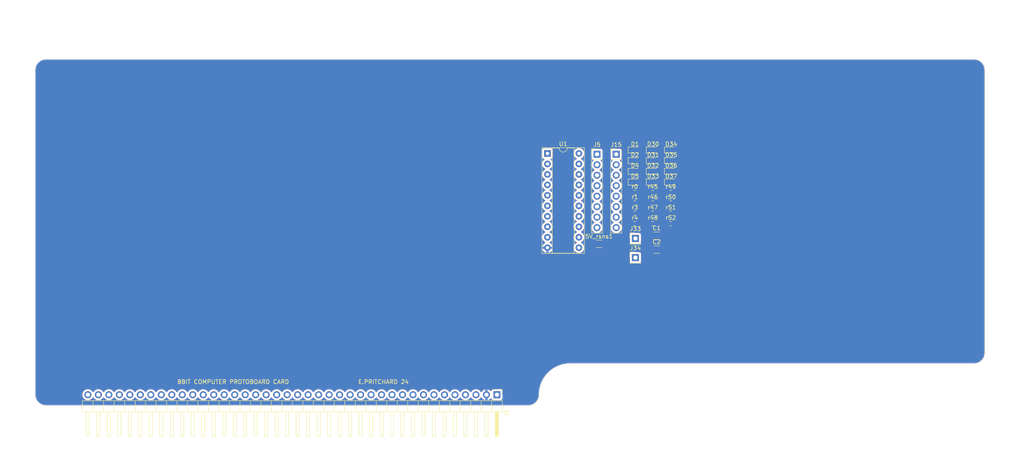
<source format=kicad_pcb>
(kicad_pcb (version 20240108) (generator "pcbnew") (generator_version "8.0")
  (layers (0 "F.Cu" signal) (31 "B.Cu" signal) (34 "B.Paste" user) (35 "F.Paste" user) (36 "B.SilkS" user "B.Silkscreen") (37 "F.SilkS" user "F.Silkscreen") (38 "B.Mask" user) (39 "F.Mask" user) (44 "Edge.Cuts" user))
  (net 0 "")
  (net 1 "/5V_raw")
  (net 2 "GND")
  (net 3 "/clk")
  (net 4 "/reset_n")
  (net 5 "+3V3")
  (net 6 "/Data_Bus_1")
  (net 7 "/Data_Bus_2")
  (net 8 "/Data_Bus_3")
  (net 9 "/Data_Bus_4")
  (net 10 "/Data_Bus_5")
  (net 11 "/Data_Bus_6")
  (net 12 "/Addr_1")
  (net 13 "/Addr_2")
  (net 14 "/Addr_3")
  (net 15 "/Addr_4")
  (net 16 "/Addr_5")
  (net 17 "/Addr_6")
  (net 18 "/Addr_7")
  (net 19 "/Addr_8")
  (net 20 "/Addr_9")
  (net 21 "/Addr_10")
  (net 22 "/Addr_11")
  (net 23 "/Addr_12")
  (net 24 "/Addr_13")
  (net 25 "/Addr_14")
  (net 26 "+5V")
  (net 27 "Net-(D1-A)")
  (net 28 "Net-(D2-A)")
  (net 29 "Net-(D4-K)")
  (net 30 "Net-(D5-A)")
  (net 31 "Net-(D30-A)")
  (net 32 "Net-(D31-A)")
  (net 33 "Net-(D32-A)")
  (net 34 "Net-(D33-A)")
  (net 35 "Net-(D34-A)")
  (net 36 "Net-(D35-A)")
  (net 37 "Net-(D36-A)")
  (net 38 "Net-(D37-A)")
  (net 39 "/Card_Data_Out_7")
  (net 40 "/Card_Data_Out_1")
  (net 41 "/Card_Data_Out_0")
  (net 42 "/Card_Data_Out_4")
  (net 43 "/Card_Data_Out_2")
  (net 44 "/Card_Data_Out_3")
  (net 45 "/Card_Data_Out_6")
  (net 46 "/Card_Data_Out_5")
  (net 47 "Net-(J33-Pin_1)")
  (net 48 "Net-(J34-Pin_1)")
  (net 57 "/we_n")
  (net 58 "/int_n")
  (net 59 "/oe_n")
  (net 60 "/Data_Bus_7")
  (net 61 "/Addr_15")
  (net 62 "/Data_Bus_0")
  (net 63 "/Addr_0")
  (footprint "Connector_PinHeader_2.54mm:PinHeader_1x08_P2.54mm_Vertical" (layer "F.Cu") (at 204.575 81.4)
    (property "Reference" "J5" (at 0 -2.33 0) (layer "F.SilkS"))
    (property "Value" "Conn_01x08_Pin")
    (pad "1" thru_hole rect (at 0 0) (size 1.7 1.7) (drill 1) (layers "*.Cu" "*.Mask") (net 39 "/Card_Data_Out_7"))
    (pad "2" thru_hole oval (at 0 2.54) (size 1.7 1.7) (drill 1) (layers "*.Cu" "*.Mask") (net 45 "/Card_Data_Out_6"))
    (pad "3" thru_hole oval (at 0 5.08) (size 1.7 1.7) (drill 1) (layers "*.Cu" "*.Mask") (net 46 "/Card_Data_Out_5"))
    (pad "4" thru_hole oval (at 0 7.62) (size 1.7 1.7) (drill 1) (layers "*.Cu" "*.Mask") (net 42 "/Card_Data_Out_4"))
    (pad "5" thru_hole oval (at 0 10.16) (size 1.7 1.7) (drill 1) (layers "*.Cu" "*.Mask") (net 44 "/Card_Data_Out_3"))
    (pad "6" thru_hole oval (at 0 12.7) (size 1.7 1.7) (drill 1) (layers "*.Cu" "*.Mask") (net 43 "/Card_Data_Out_2"))
    (pad "7" thru_hole oval (at 0 15.24) (size 1.7 1.7) (drill 1) (layers "*.Cu" "*.Mask") (net 40 "/Card_Data_Out_1"))
    (pad "8" thru_hole oval (at 0 17.78) (size 1.7 1.7) (drill 1) (layers "*.Cu" "*.Mask") (net 41 "/Card_Data_Out_0"))
  )
  (footprint "LED_SMD:LED_0603_1608Metric_Pad1.05x0.95mm_HandSolder" (layer "F.Cu") (at 218.165 88.14)
    (property "Reference" "D33" (at 0 -1.43 0) (layer "F.SilkS"))
    (property "Value" "Do3")
    (pad "1" smd roundrect (at -0.875 0) (size 1.05 0.95) (layers "F.Cu" "F.Paste" "F.Mask") (net 2 "GND"))
    (pad "2" smd roundrect (at 0.875 0) (size 1.05 0.95) (layers "F.Cu" "F.Paste" "F.Mask") (net 34 "Net-(D33-A)"))
  )
  (footprint "LED_SMD:LED_0603_1608Metric_Pad1.05x0.95mm_HandSolder" (layer "F.Cu") (at 218.165 80.37)
    (property "Reference" "D30" (at 0 -1.43 0) (layer "F.SilkS"))
    (property "Value" "Do0")
    (pad "1" smd roundrect (at -0.875 0) (size 1.05 0.95) (layers "F.Cu" "F.Paste" "F.Mask") (net 2 "GND"))
    (pad "2" smd roundrect (at 0.875 0) (size 1.05 0.95) (layers "F.Cu" "F.Paste" "F.Mask") (net 31 "Net-(D30-A)"))
  )
  (footprint "Resistor_SMD:R_0603_1608Metric_Pad0.98x0.95mm_HandSolder" (layer "F.Cu") (at 218.075 98.22)
    (property "Reference" "r48" (at 0 -1.43 0) (layer "F.SilkS"))
    (property "Value" "470")
    (pad "1" smd roundrect (at -0.9125 0) (size 0.975 0.95) (layers "F.Cu" "F.Paste" "F.Mask") (net 34 "Net-(D33-A)"))
    (pad "2" smd roundrect (at 0.9125 0) (size 0.975 0.95) (layers "F.Cu" "F.Paste" "F.Mask") (net 44 "/Card_Data_Out_3"))
  )
  (footprint "Connector_PinHeader_2.54mm:PinHeader_1x40_P2.54mm_Horizontal" (layer "F.Cu") (at 180.34 139.7 -90)
    (property "Reference" "J1" (at 4.385 -2.27 90) (layer "F.SilkS"))
    (property "Value" "Conn_01x40_Pin")
    (pad "1" thru_hole rect (at 0 0 270) (size 1.7 1.7) (drill 1) (layers "*.Cu" "*.Mask") (net 26 "+5V"))
    (pad "2" thru_hole oval (at 0 2.54 270) (size 1.7 1.7) (drill 1) (layers "*.Cu" "*.Mask") (net 2 "GND"))
    (pad "3" thru_hole oval (at 0 5.08 270) (size 1.7 1.7) (drill 1) (layers "*.Cu" "*.Mask") (net 3 "/clk"))
    (pad "4" thru_hole oval (at 0 7.62 270) (size 1.7 1.7) (drill 1) (layers "*.Cu" "*.Mask") (net 4 "/reset_n"))
    (pad "5" thru_hole oval (at 0 10.16 270) (size 1.7 1.7) (drill 1) (layers "*.Cu" "*.Mask") (net 5 "+3V3"))
    (pad "6" thru_hole oval (at 0 12.7 270) (size 1.7 1.7) (drill 1) (layers "*.Cu" "*.Mask") (net 57 "/we_n"))
    (pad "7" thru_hole oval (at 0 15.24 270) (size 1.7 1.7) (drill 1) (layers "*.Cu" "*.Mask") (net 59 "/oe_n"))
    (pad "8" thru_hole oval (at 0 17.78 270) (size 1.7 1.7) (drill 1) (layers "*.Cu" "*.Mask") (net 58 "/int_n"))
    (pad "9" thru_hole oval (at 0 20.32 270) (size 1.7 1.7) (drill 1) (layers "*.Cu" "*.Mask") (net 62 "/Data_Bus_0"))
    (pad "10" thru_hole oval (at 0 22.86 270) (size 1.7 1.7) (drill 1) (layers "*.Cu" "*.Mask") (net 6 "/Data_Bus_1"))
    (pad "11" thru_hole oval (at 0 25.4 270) (size 1.7 1.7) (drill 1) (layers "*.Cu" "*.Mask") (net 7 "/Data_Bus_2"))
    (pad "12" thru_hole oval (at 0 27.94 270) (size 1.7 1.7) (drill 1) (layers "*.Cu" "*.Mask") (net 8 "/Data_Bus_3"))
    (pad "13" thru_hole oval (at 0 30.48 270) (size 1.7 1.7) (drill 1) (layers "*.Cu" "*.Mask") (net 9 "/Data_Bus_4"))
    (pad "14" thru_hole oval (at 0 33.02 270) (size 1.7 1.7) (drill 1) (layers "*.Cu" "*.Mask") (net 10 "/Data_Bus_5"))
    (pad "15" thru_hole oval (at 0 35.56 270) (size 1.7 1.7) (drill 1) (layers "*.Cu" "*.Mask") (net 11 "/Data_Bus_6"))
    (pad "16" thru_hole oval (at 0 38.1 270) (size 1.7 1.7) (drill 1) (layers "*.Cu" "*.Mask") (net 60 "/Data_Bus_7"))
    (pad "17" thru_hole oval (at 0 40.64 270) (size 1.7 1.7) (drill 1) (layers "*.Cu" "*.Mask") (net 63 "/Addr_0"))
    (pad "18" thru_hole oval (at 0 43.18 270) (size 1.7 1.7) (drill 1) (layers "*.Cu" "*.Mask") (net 12 "/Addr_1"))
    (pad "19" thru_hole oval (at 0 45.72 270) (size 1.7 1.7) (drill 1) (layers "*.Cu" "*.Mask") (net 13 "/Addr_2"))
    (pad "20" thru_hole oval (at 0 48.26 270) (size 1.7 1.7) (drill 1) (layers "*.Cu" "*.Mask") (net 14 "/Addr_3"))
    (pad "21" thru_hole oval (at 0 50.8 270) (size 1.7 1.7) (drill 1) (layers "*.Cu" "*.Mask") (net 15 "/Addr_4"))
    (pad "22" thru_hole oval (at 0 53.34 270) (size 1.7 1.7) (drill 1) (layers "*.Cu" "*.Mask") (net 16 "/Addr_5"))
    (pad "23" thru_hole oval (at 0 55.88 270) (size 1.7 1.7) (drill 1) (layers "*.Cu" "*.Mask") (net 17 "/Addr_6"))
    (pad "24" thru_hole oval (at 0 58.42 270) (size 1.7 1.7) (drill 1) (layers "*.Cu" "*.Mask") (net 18 "/Addr_7"))
    (pad "25" thru_hole oval (at 0 60.96 270) (size 1.7 1.7) (drill 1) (layers "*.Cu" "*.Mask") (net 19 "/Addr_8"))
    (pad "26" thru_hole oval (at 0 63.5 270) (size 1.7 1.7) (drill 1) (layers "*.Cu" "*.Mask") (net 20 "/Addr_9"))
    (pad "27" thru_hole oval (at 0 66.04 270) (size 1.7 1.7) (drill 1) (layers "*.Cu" "*.Mask") (net 21 "/Addr_10"))
    (pad "28" thru_hole oval (at 0 68.58 270) (size 1.7 1.7) (drill 1) (layers "*.Cu" "*.Mask") (net 22 "/Addr_11"))
    (pad "29" thru_hole oval (at 0 71.12 270) (size 1.7 1.7) (drill 1) (layers "*.Cu" "*.Mask") (net 23 "/Addr_12"))
    (pad "30" thru_hole oval (at 0 73.66 270) (size 1.7 1.7) (drill 1) (layers "*.Cu" "*.Mask") (net 24 "/Addr_13"))
    (pad "31" thru_hole oval (at 0 76.2 270) (size 1.7 1.7) (drill 1) (layers "*.Cu" "*.Mask") (net 25 "/Addr_14"))
    (pad "32" thru_hole oval (at 0 78.74 270) (size 1.7 1.7) (drill 1) (layers "*.Cu" "*.Mask") (net 61 "/Addr_15"))
    (pad "33" thru_hole oval (at 0 81.28 270) (size 1.7 1.7) (drill 1) (layers "*.Cu" "*.Mask"))
    (pad "34" thru_hole oval (at 0 83.82 270) (size 1.7 1.7) (drill 1) (layers "*.Cu" "*.Mask"))
    (pad "35" thru_hole oval (at 0 86.36 270) (size 1.7 1.7) (drill 1) (layers "*.Cu" "*.Mask"))
    (pad "36" thru_hole oval (at 0 88.9 270) (size 1.7 1.7) (drill 1) (layers "*.Cu" "*.Mask"))
    (pad "37" thru_hole oval (at 0 91.44 270) (size 1.7 1.7) (drill 1) (layers "*.Cu" "*.Mask"))
    (pad "38" thru_hole oval (at 0 93.98 270) (size 1.7 1.7) (drill 1) (layers "*.Cu" "*.Mask"))
    (pad "39" thru_hole oval (at 0 96.52 270) (size 1.7 1.7) (drill 1) (layers "*.Cu" "*.Mask"))
    (pad "40" thru_hole oval (at 0 99.06 270) (size 1.7 1.7) (drill 1) (layers "*.Cu" "*.Mask"))
  )
  (footprint "Connector_PinHeader_2.54mm:PinHeader_1x01_P2.54mm_Vertical" (layer "F.Cu") (at 213.875 101.8)
    (property "Reference" "J33" (at 0 -2.33 0) (layer "F.SilkS"))
    (property "Value" "Conn_01x01_Pin")
    (pad "1" thru_hole rect (at 0 0) (size 1.7 1.7) (drill 1) (layers "*.Cu" "*.Mask") (net 47 "Net-(J33-Pin_1)"))
  )
  (footprint "LED_SMD:LED_0603_1608Metric_Pad1.05x0.95mm_HandSolder" (layer "F.Cu") (at 218.165 85.55)
    (property "Reference" "D32" (at 0 -1.43 0) (layer "F.SilkS"))
    (property "Value" "Do2")
    (pad "1" smd roundrect (at -0.875 0) (size 1.05 0.95) (layers "F.Cu" "F.Paste" "F.Mask") (net 2 "GND"))
    (pad "2" smd roundrect (at 0.875 0) (size 1.05 0.95) (layers "F.Cu" "F.Paste" "F.Mask") (net 33 "Net-(D32-A)"))
  )
  (footprint "Resistor_SMD:R_0603_1608Metric_Pad0.98x0.95mm_HandSolder" (layer "F.Cu") (at 213.725 93.2)
    (property "Reference" "r1" (at 0 -1.43 0) (layer "F.SilkS"))
    (property "Value" "470")
    (pad "1" smd roundrect (at -0.9125 0) (size 0.975 0.95) (layers "F.Cu" "F.Paste" "F.Mask") (net 28 "Net-(D2-A)"))
    (pad "2" smd roundrect (at 0.9125 0) (size 0.975 0.95) (layers "F.Cu" "F.Paste" "F.Mask") (net 26 "+5V"))
  )
  (footprint "LED_SMD:LED_0603_1608Metric_Pad1.05x0.95mm_HandSolder" (layer "F.Cu") (at 218.165 82.96)
    (property "Reference" "D31" (at 0 -1.43 0) (layer "F.SilkS"))
    (property "Value" "Do1")
    (pad "1" smd roundrect (at -0.875 0) (size 1.05 0.95) (layers "F.Cu" "F.Paste" "F.Mask") (net 2 "GND"))
    (pad "2" smd roundrect (at 0.875 0) (size 1.05 0.95) (layers "F.Cu" "F.Paste" "F.Mask") (net 32 "Net-(D31-A)"))
  )
  (footprint "Resistor_SMD:R_0603_1608Metric_Pad0.98x0.95mm_HandSolder" (layer "F.Cu") (at 213.725 95.71)
    (property "Reference" "r3" (at 0 -1.43 0) (layer "F.SilkS"))
    (property "Value" "470")
    (pad "1" smd roundrect (at -0.9125 0) (size 0.975 0.95) (layers "F.Cu" "F.Paste" "F.Mask") (net 4 "/reset_n"))
    (pad "2" smd roundrect (at 0.9125 0) (size 0.975 0.95) (layers "F.Cu" "F.Paste" "F.Mask") (net 29 "Net-(D4-K)"))
  )
  (footprint "Resistor_SMD:R_0603_1608Metric_Pad0.98x0.95mm_HandSolder" (layer "F.Cu") (at 222.425 98.22)
    (property "Reference" "r52" (at 0 -1.43 0) (layer "F.SilkS"))
    (property "Value" "470")
    (pad "1" smd roundrect (at -0.9125 0) (size 0.975 0.95) (layers "F.Cu" "F.Paste" "F.Mask") (net 38 "Net-(D37-A)"))
    (pad "2" smd roundrect (at 0.9125 0) (size 0.975 0.95) (layers "F.Cu" "F.Paste" "F.Mask") (net 39 "/Card_Data_Out_7"))
  )
  (footprint "Resistor_SMD:R_0603_1608Metric_Pad0.98x0.95mm_HandSolder" (layer "F.Cu") (at 222.425 95.71)
    (property "Reference" "r51" (at 0 -1.43 0) (layer "F.SilkS"))
    (property "Value" "470")
    (pad "1" smd roundrect (at -0.9125 0) (size 0.975 0.95) (layers "F.Cu" "F.Paste" "F.Mask") (net 37 "Net-(D36-A)"))
    (pad "2" smd roundrect (at 0.9125 0) (size 0.975 0.95) (layers "F.Cu" "F.Paste" "F.Mask") (net 45 "/Card_Data_Out_6"))
  )
  (footprint "Resistor_SMD:R_0603_1608Metric_Pad0.98x0.95mm_HandSolder" (layer "F.Cu") (at 213.725 90.69)
    (property "Reference" "r0" (at 0 -1.43 0) (layer "F.SilkS"))
    (property "Value" "470")
    (pad "1" smd roundrect (at -0.9125 0) (size 0.975 0.95) (layers "F.Cu" "F.Paste" "F.Mask") (net 27 "Net-(D1-A)"))
    (pad "2" smd roundrect (at 0.9125 0) (size 0.975 0.95) (layers "F.Cu" "F.Paste" "F.Mask") (net 26 "+5V"))
  )
  (footprint "Capacitor_SMD:C_1206_3216Metric" (layer "F.Cu") (at 219.025 101.15)
    (property "Reference" "C1" (at 0 -1.85 0) (layer "F.SilkS"))
    (property "Value" "C")
    (pad "1" smd roundrect (at -1.475 0) (size 1.15 1.8) (layers "F.Cu" "F.Paste" "F.Mask") (roundrect_rratio 0.217391) (net 26 "+5V"))
    (pad "2" smd roundrect (at 1.475 0) (size 1.15 1.8) (layers "F.Cu" "F.Paste" "F.Mask") (roundrect_rratio 0.217391) (net 2 "GND"))
  )
  (footprint "Resistor_SMD:R_1206_3216Metric" (layer "F.Cu") (at 205.055 103.12)
    (property "Reference" "5V_rsns1" (at 0 -1.82 0) (layer "F.SilkS"))
    (property "Value" "1")
    (pad "1" smd roundrect (at -1.4625 0) (size 1.125 1.75) (layers "F.Cu" "F.Paste" "F.Mask") (roundrect_rratio 0.222222) (net 1 "/5V_raw"))
    (pad "2" smd roundrect (at 1.4625 0) (size 1.125 1.75) (layers "F.Cu" "F.Paste" "F.Mask") (roundrect_rratio 0.222222) (net 26 "+5V"))
  )
  (footprint "LED_SMD:LED_0603_1608Metric_Pad1.05x0.95mm_HandSolder" (layer "F.Cu") (at 213.77 88.14)
    (property "Reference" "D5" (at 0 -1.43 0) (layer "F.SilkS"))
    (property "Value" "3V3_RAW")
    (pad "1" smd roundrect (at -0.875 0) (size 1.05 0.95) (layers "F.Cu" "F.Paste" "F.Mask") (net 2 "GND"))
    (pad "2" smd roundrect (at 0.875 0) (size 1.05 0.95) (layers "F.Cu" "F.Paste" "F.Mask") (net 30 "Net-(D5-A)"))
  )
  (footprint "LED_SMD:LED_0603_1608Metric_Pad1.05x0.95mm_HandSolder" (layer "F.Cu") (at 222.56 80.37)
    (property "Reference" "D34" (at 0 -1.43 0) (layer "F.SilkS"))
    (property "Value" "Do4")
    (pad "1" smd roundrect (at -0.875 0) (size 1.05 0.95) (layers "F.Cu" "F.Paste" "F.Mask") (net 2 "GND"))
    (pad "2" smd roundrect (at 0.875 0) (size 1.05 0.95) (layers "F.Cu" "F.Paste" "F.Mask") (net 35 "Net-(D34-A)"))
  )
  (footprint "LED_SMD:LED_0603_1608Metric_Pad1.05x0.95mm_HandSolder" (layer "F.Cu") (at 222.56 82.96)
    (property "Reference" "D35" (at 0 -1.43 0) (layer "F.SilkS"))
    (property "Value" "Do5")
    (pad "1" smd roundrect (at -0.875 0) (size 1.05 0.95) (layers "F.Cu" "F.Paste" "F.Mask") (net 2 "GND"))
    (pad "2" smd roundrect (at 0.875 0) (size 1.05 0.95) (layers "F.Cu" "F.Paste" "F.Mask") (net 36 "Net-(D35-A)"))
  )
  (footprint "Capacitor_SMD:C_1206_3216Metric" (layer "F.Cu") (at 219.025 104.5)
    (property "Reference" "C2" (at 0 -1.85 0) (layer "F.SilkS"))
    (property "Value" "C")
    (pad "1" smd roundrect (at -1.475 0) (size 1.15 1.8) (layers "F.Cu" "F.Paste" "F.Mask") (roundrect_rratio 0.217391) (net 26 "+5V"))
    (pad "2" smd roundrect (at 1.475 0) (size 1.15 1.8) (layers "F.Cu" "F.Paste" "F.Mask") (roundrect_rratio 0.217391) (net 2 "GND"))
  )
  (footprint "Resistor_SMD:R_0603_1608Metric_Pad0.98x0.95mm_HandSolder" (layer "F.Cu") (at 218.075 93.2)
    (property "Reference" "r46" (at 0 -1.43 0) (layer "F.SilkS"))
    (property "Value" "470")
    (pad "1" smd roundrect (at -0.9125 0) (size 0.975 0.95) (layers "F.Cu" "F.Paste" "F.Mask") (net 32 "Net-(D31-A)"))
    (pad "2" smd roundrect (at 0.9125 0) (size 0.975 0.95) (layers "F.Cu" "F.Paste" "F.Mask") (net 40 "/Card_Data_Out_1"))
  )
  (footprint "LED_SMD:LED_0603_1608Metric_Pad1.05x0.95mm_HandSolder" (layer "F.Cu") (at 213.77 85.55)
    (property "Reference" "D4" (at 0 -1.43 0) (layer "F.SilkS"))
    (property "Value" "RESET")
    (pad "1" smd roundrect (at -0.875 0) (size 1.05 0.95) (layers "F.Cu" "F.Paste" "F.Mask") (net 29 "Net-(D4-K)"))
    (pad "2" smd roundrect (at 0.875 0) (size 1.05 0.95) (layers "F.Cu" "F.Paste" "F.Mask") (net 26 "+5V"))
  )
  (footprint "LED_SMD:LED_0603_1608Metric_Pad1.05x0.95mm_HandSolder" (layer "F.Cu") (at 222.56 88.14)
    (property "Reference" "D37" (at 0 -1.43 0) (layer "F.SilkS"))
    (property "Value" "Do7")
    (pad "1" smd roundrect (at -0.875 0) (size 1.05 0.95) (layers "F.Cu" "F.Paste" "F.Mask") (net 2 "GND"))
    (pad "2" smd roundrect (at 0.875 0) (size 1.05 0.95) (layers "F.Cu" "F.Paste" "F.Mask") (net 38 "Net-(D37-A)"))
  )
  (footprint "Resistor_SMD:R_0603_1608Metric_Pad0.98x0.95mm_HandSolder" (layer "F.Cu") (at 218.075 90.69)
    (property "Reference" "r45" (at 0 -1.43 0) (layer "F.SilkS"))
    (property "Value" "470")
    (pad "1" smd roundrect (at -0.9125 0) (size 0.975 0.95) (layers "F.Cu" "F.Paste" "F.Mask") (net 31 "Net-(D30-A)"))
    (pad "2" smd roundrect (at 0.9125 0) (size 0.975 0.95) (layers "F.Cu" "F.Paste" "F.Mask") (net 41 "/Card_Data_Out_0"))
  )
  (footprint "Package_DIP:DIP-20_W7.62mm_Socket" (layer "F.Cu") (at 192.575 81.2)
    (property "Reference" "U1" (at 3.81 -2.33 0) (layer "F.SilkS"))
    (property "Value" "74LS245")
    (pad "1" thru_hole rect (at 0 0) (size 1.6 1.6) (drill 0.8) (layers "*.Cu" "*.Mask") (net 47 "Net-(J33-Pin_1)"))
    (pad "2" thru_hole oval (at 0 2.54) (size 1.6 1.6) (drill 0.8) (layers "*.Cu" "*.Mask") (net 41 "/Card_Data_Out_0"))
    (pad "3" thru_hole oval (at 0 5.08) (size 1.6 1.6) (drill 0.8) (layers "*.Cu" "*.Mask") (net 40 "/Card_Data_Out_1"))
    (pad "4" thru_hole oval (at 0 7.62) (size 1.6 1.6) (drill 0.8) (layers "*.Cu" "*.Mask") (net 43 "/Card_Data_Out_2"))
    (pad "5" thru_hole oval (at 0 10.16) (size 1.6 1.6) (drill 0.8) (layers "*.Cu" "*.Mask") (net 44 "/Card_Data_Out_3"))
    (pad "6" thru_hole oval (at 0 12.7) (size 1.6 1.6) (drill 0.8) (layers "*.Cu" "*.Mask") (net 42 "/Card_Data_Out_4"))
    (pad "7" thru_hole oval (at 0 15.24) (size 1.6 1.6) (drill 0.8) (layers "*.Cu" "*.Mask") (net 46 "/Card_Data_Out_5"))
    (pad "8" thru_hole oval (at 0 17.78) (size 1.6 1.6) (drill 0.8) (layers "*.Cu" "*.Mask") (net 45 "/Card_Data_Out_6"))
    (pad "9" thru_hole oval (at 0 20.32) (size 1.6 1.6) (drill 0.8) (layers "*.Cu" "*.Mask") (net 39 "/Card_Data_Out_7"))
    (pad "10" thru_hole oval (at 0 22.86) (size 1.6 1.6) (drill 0.8) (layers "*.Cu" "*.Mask") (net 2 "GND"))
    (pad "11" thru_hole oval (at 7.62 22.86) (size 1.6 1.6) (drill 0.8) (layers "*.Cu" "*.Mask") (net 60 "/Data_Bus_7"))
    (pad "12" thru_hole oval (at 7.62 20.32) (size 1.6 1.6) (drill 0.8) (layers "*.Cu" "*.Mask") (net 11 "/Data_Bus_6"))
    (pad "13" thru_hole oval (at 7.62 17.78) (size 1.6 1.6) (drill 0.8) (layers "*.Cu" "*.Mask") (net 10 "/Data_Bus_5"))
    (pad "14" thru_hole oval (at 7.62 15.24) (size 1.6 1.6) (drill 0.8) (layers "*.Cu" "*.Mask") (net 9 "/Data_Bus_4"))
    (pad "15" thru_hole oval (at 7.62 12.7) (size 1.6 1.6) (drill 0.8) (layers "*.Cu" "*.Mask") (net 8 "/Data_Bus_3"))
    (pad "16" thru_hole oval (at 7.62 10.16) (size 1.6 1.6) (drill 0.8) (layers "*.Cu" "*.Mask") (net 7 "/Data_Bus_2"))
    (pad "17" thru_hole oval (at 7.62 7.62) (size 1.6 1.6) (drill 0.8) (layers "*.Cu" "*.Mask") (net 6 "/Data_Bus_1"))
    (pad "18" thru_hole oval (at 7.62 5.08) (size 1.6 1.6) (drill 0.8) (layers "*.Cu" "*.Mask") (net 62 "/Data_Bus_0"))
    (pad "19" thru_hole oval (at 7.62 2.54) (size 1.6 1.6) (drill 0.8) (layers "*.Cu" "*.Mask") (net 48 "Net-(J34-Pin_1)"))
    (pad "20" thru_hole oval (at 7.62 0) (size 1.6 1.6) (drill 0.8) (layers "*.Cu" "*.Mask") (net 26 "+5V"))
  )
  (footprint "Connector_PinHeader_2.54mm:PinHeader_1x08_P2.54mm_Vertical" (layer "F.Cu") (at 209.225 81.4)
    (property "Reference" "J15" (at 0 -2.33 0) (layer "F.SilkS"))
    (property "Value" "Conn_01x08_Pin")
    (pad "1" thru_hole rect (at 0 0) (size 1.7 1.7) (drill 1) (layers "*.Cu" "*.Mask") (net 39 "/Card_Data_Out_7"))
    (pad "2" thru_hole oval (at 0 2.54) (size 1.7 1.7) (drill 1) (layers "*.Cu" "*.Mask") (net 45 "/Card_Data_Out_6"))
    (pad "3" thru_hole oval (at 0 5.08) (size 1.7 1.7) (drill 1) (layers "*.Cu" "*.Mask") (net 46 "/Card_Data_Out_5"))
    (pad "4" thru_hole oval (at 0 7.62) (size 1.7 1.7) (drill 1) (layers "*.Cu" "*.Mask") (net 42 "/Card_Data_Out_4"))
    (pad "5" thru_hole oval (at 0 10.16) (size 1.7 1.7) (drill 1) (layers "*.Cu" "*.Mask") (net 44 "/Card_Data_Out_3"))
    (pad "6" thru_hole oval (at 0 12.7) (size 1.7 1.7) (drill 1) (layers "*.Cu" "*.Mask") (net 43 "/Card_Data_Out_2"))
    (pad "7" thru_hole oval (at 0 15.24) (size 1.7 1.7) (drill 1) (layers "*.Cu" "*.Mask") (net 40 "/Card_Data_Out_1"))
    (pad "8" thru_hole oval (at 0 17.78) (size 1.7 1.7) (drill 1) (layers "*.Cu" "*.Mask") (net 41 "/Card_Data_Out_0"))
  )
  (footprint "Resistor_SMD:R_0603_1608Metric_Pad0.98x0.95mm_HandSolder" (layer "F.Cu") (at 218.075 95.71)
    (property "Reference" "r47" (at 0 -1.43 0) (layer "F.SilkS"))
    (property "Value" "470")
    (pad "1" smd roundrect (at -0.9125 0) (size 0.975 0.95) (layers "F.Cu" "F.Paste" "F.Mask") (net 33 "Net-(D32-A)"))
    (pad "2" smd roundrect (at 0.9125 0) (size 0.975 0.95) (layers "F.Cu" "F.Paste" "F.Mask") (net 43 "/Card_Data_Out_2"))
  )
  (footprint "Resistor_SMD:R_0603_1608Metric_Pad0.98x0.95mm_HandSolder" (layer "F.Cu") (at 222.425 90.69)
    (property "Reference" "r49" (at 0 -1.43 0) (layer "F.SilkS"))
    (property "Value" "470")
    (pad "1" smd roundrect (at -0.9125 0) (size 0.975 0.95) (layers "F.Cu" "F.Paste" "F.Mask") (net 35 "Net-(D34-A)"))
    (pad "2" smd roundrect (at 0.9125 0) (size 0.975 0.95) (layers "F.Cu" "F.Paste" "F.Mask") (net 42 "/Card_Data_Out_4"))
  )
  (footprint "LED_SMD:LED_0603_1608Metric_Pad1.05x0.95mm_HandSolder" (layer "F.Cu") (at 213.77 80.37)
    (property "Reference" "D1" (at 0 -1.43 0) (layer "F.SilkS"))
    (property "Value" "5V_RAW")
    (pad "1" smd roundrect (at -0.875 0) (size 1.05 0.95) (layers "F.Cu" "F.Paste" "F.Mask") (net 2 "GND"))
    (pad "2" smd roundrect (at 0.875 0) (size 1.05 0.95) (layers "F.Cu" "F.Paste" "F.Mask") (net 27 "Net-(D1-A)"))
  )
  (footprint "LED_SMD:LED_0603_1608Metric_Pad1.05x0.95mm_HandSolder" (layer "F.Cu") (at 213.77 82.96)
    (property "Reference" "D2" (at 0 -1.43 0) (layer "F.SilkS"))
    (property "Value" "5V")
    (pad "1" smd roundrect (at -0.875 0) (size 1.05 0.95) (layers "F.Cu" "F.Paste" "F.Mask") (net 2 "GND"))
    (pad "2" smd roundrect (at 0.875 0) (size 1.05 0.95) (layers "F.Cu" "F.Paste" "F.Mask") (net 28 "Net-(D2-A)"))
  )
  (footprint "LED_SMD:LED_0603_1608Metric_Pad1.05x0.95mm_HandSolder" (layer "F.Cu") (at 222.56 85.55)
    (property "Reference" "D36" (at 0 -1.43 0) (layer "F.SilkS"))
    (property "Value" "Do6")
    (pad "1" smd roundrect (at -0.875 0) (size 1.05 0.95) (layers "F.Cu" "F.Paste" "F.Mask") (net 2 "GND"))
    (pad "2" smd roundrect (at 0.875 0) (size 1.05 0.95) (layers "F.Cu" "F.Paste" "F.Mask") (net 37 "Net-(D36-A)"))
  )
  (footprint "Resistor_SMD:R_0603_1608Metric_Pad0.98x0.95mm_HandSolder" (layer "F.Cu") (at 213.725 98.22)
    (property "Reference" "r4" (at 0 -1.43 0) (layer "F.SilkS"))
    (property "Value" "470")
    (pad "1" smd roundrect (at -0.9125 0) (size 0.975 0.95) (layers "F.Cu" "F.Paste" "F.Mask") (net 30 "Net-(D5-A)"))
    (pad "2" smd roundrect (at 0.9125 0) (size 0.975 0.95) (layers "F.Cu" "F.Paste" "F.Mask") (net 5 "+3V3"))
  )
  (footprint "Resistor_SMD:R_0603_1608Metric_Pad0.98x0.95mm_HandSolder" (layer "F.Cu") (at 222.425 93.2)
    (property "Reference" "r50" (at 0 -1.43 0) (layer "F.SilkS"))
    (property "Value" "470")
    (pad "1" smd roundrect (at -0.9125 0) (size 0.975 0.95) (layers "F.Cu" "F.Paste" "F.Mask") (net 36 "Net-(D35-A)"))
    (pad "2" smd roundrect (at 0.9125 0) (size 0.975 0.95) (layers "F.Cu" "F.Paste" "F.Mask") (net 46 "/Card_Data_Out_5"))
  )
  (footprint "Connector_PinHeader_2.54mm:PinHeader_1x01_P2.54mm_Vertical" (layer "F.Cu") (at 213.875 106.45)
    (property "Reference" "J34" (at 0 -2.33 0) (layer "F.SilkS"))
    (property "Value" "Conn_01x01_Pin")
    (pad "1" thru_hole rect (at 0 0) (size 1.7 1.7) (drill 1) (layers "*.Cu" "*.Mask") (net 48 "Net-(J34-Pin_1)"))
  )
  (gr_arc (start 298.431949 129.54) (mid 297.688 131.336051) (end 295.891949 132.08) (stroke (width 0.1)) (layer "Edge.Cuts"))
  (gr_arc (start 190.481949 139.7) (mid 189.738 141.496051) (end 187.941949 142.24) (stroke (width 0.1)) (layer "Edge.Cuts"))
  (gr_arc (start 68.579936 60.96) (mid 69.323885 59.163949) (end 71.119936 58.42) (stroke (width 0.1)) (layer "Edge.Cuts"))
  (gr_arc (start 71.101948 142.239999) (mid 69.317532 141.489703) (end 68.579936 139.7) (stroke (width 0.1)) (layer "Edge.Cuts"))
  (gr_line (start 198.12 132.08) (end 295.891949 132.08) (stroke (width 0.1)) (layer "Edge.Cuts"))
  (gr_line (start 71.101948 142.239999) (end 187.941949 142.24) (stroke (width 0.1)) (layer "Edge.Cuts"))
  (gr_line (start 298.431949 129.54) (end 298.431949 60.96) (stroke (width 0.1)) (layer "Edge.Cuts"))
  (gr_line (start 68.579936 139.7) (end 68.579936 60.96) (stroke (width 0.1)) (layer "Edge.Cuts"))
  (gr_line (start 71.119936 58.42) (end 295.891949 58.42) (stroke (width 0.1)) (layer "Edge.Cuts"))
  (gr_arc (start 295.891949 58.42) (mid 297.688 59.163949) (end 298.431949 60.96) (stroke (width 0.1)) (layer "Edge.Cuts"))
  (gr_arc (start 190.481928 139.7) (mid 192.720166 134.305453) (end 198.12 132.08) (stroke (width 0.1)) (layer "Edge.Cuts"))
  (gr_text "8BIT COMPUTER PROTOBOARD CARD" (at 102.87 137.16 0) (layer "F.SilkS") (effects (font (size 1 1)) (justify left bottom)))
  (gr_text "E.PRITCHARD 24" (at 146.685 137.16 0) (layer "F.SilkS") (effects (font (size 1 1)) (justify left bottom)))
  (zone (net 2) (net_name "GND") (layers "F&B.Cu") (connect_pads (clearance 0.5)) (min_thickness 0.25) (fill yes (thermal_gap 0.5) (thermal_bridge_width 0.5))
    (polygon (pts (xy 302 148.5) (xy 62.5 157.5) (xy 60 44) (xy 308 47)))
  )
)
</source>
